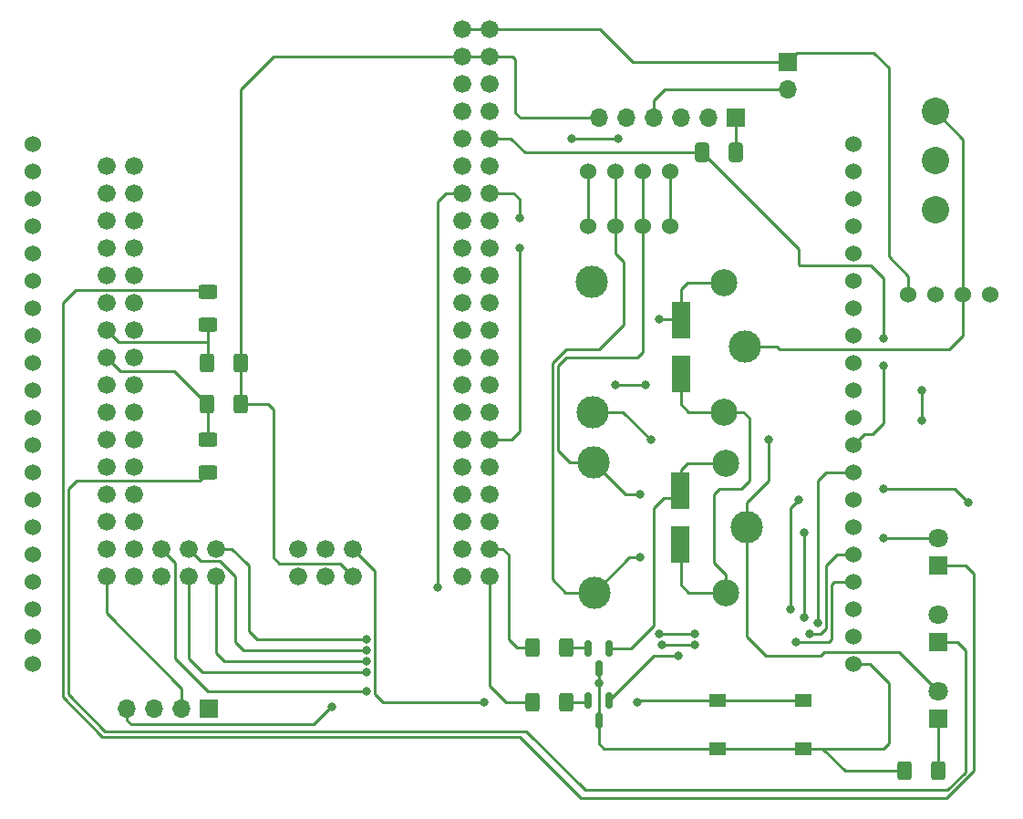
<source format=gbr>
%TF.GenerationSoftware,KiCad,Pcbnew,(6.0.0)*%
%TF.CreationDate,2022-04-01T08:55:31-04:00*%
%TF.ProjectId,Thermostat_Mega,54686572-6d6f-4737-9461-745f4d656761,rev?*%
%TF.SameCoordinates,Original*%
%TF.FileFunction,Copper,L1,Top*%
%TF.FilePolarity,Positive*%
%FSLAX46Y46*%
G04 Gerber Fmt 4.6, Leading zero omitted, Abs format (unit mm)*
G04 Created by KiCad (PCBNEW (6.0.0)) date 2022-04-01 08:55:31*
%MOMM*%
%LPD*%
G01*
G04 APERTURE LIST*
G04 Aperture macros list*
%AMRoundRect*
0 Rectangle with rounded corners*
0 $1 Rounding radius*
0 $2 $3 $4 $5 $6 $7 $8 $9 X,Y pos of 4 corners*
0 Add a 4 corners polygon primitive as box body*
4,1,4,$2,$3,$4,$5,$6,$7,$8,$9,$2,$3,0*
0 Add four circle primitives for the rounded corners*
1,1,$1+$1,$2,$3*
1,1,$1+$1,$4,$5*
1,1,$1+$1,$6,$7*
1,1,$1+$1,$8,$9*
0 Add four rect primitives between the rounded corners*
20,1,$1+$1,$2,$3,$4,$5,0*
20,1,$1+$1,$4,$5,$6,$7,0*
20,1,$1+$1,$6,$7,$8,$9,0*
20,1,$1+$1,$8,$9,$2,$3,0*%
G04 Aperture macros list end*
%TA.AperFunction,SMDPad,CuDef*%
%ADD10R,1.800000X3.500000*%
%TD*%
%TA.AperFunction,ComponentPad*%
%ADD11C,2.500000*%
%TD*%
%TA.AperFunction,ComponentPad*%
%ADD12C,3.000000*%
%TD*%
%TA.AperFunction,ComponentPad*%
%ADD13C,1.524000*%
%TD*%
%TA.AperFunction,SMDPad,CuDef*%
%ADD14RoundRect,0.250000X-0.625000X0.400000X-0.625000X-0.400000X0.625000X-0.400000X0.625000X0.400000X0*%
%TD*%
%TA.AperFunction,ComponentPad*%
%ADD15C,2.540000*%
%TD*%
%TA.AperFunction,ComponentPad*%
%ADD16R,1.800000X1.800000*%
%TD*%
%TA.AperFunction,ComponentPad*%
%ADD17C,1.800000*%
%TD*%
%TA.AperFunction,SMDPad,CuDef*%
%ADD18RoundRect,0.150000X-0.150000X0.587500X-0.150000X-0.587500X0.150000X-0.587500X0.150000X0.587500X0*%
%TD*%
%TA.AperFunction,SMDPad,CuDef*%
%ADD19RoundRect,0.250000X0.400000X0.625000X-0.400000X0.625000X-0.400000X-0.625000X0.400000X-0.625000X0*%
%TD*%
%TA.AperFunction,SMDPad,CuDef*%
%ADD20R,1.550000X1.300000*%
%TD*%
%TA.AperFunction,SMDPad,CuDef*%
%ADD21RoundRect,0.250000X0.412500X0.650000X-0.412500X0.650000X-0.412500X-0.650000X0.412500X-0.650000X0*%
%TD*%
%TA.AperFunction,ComponentPad*%
%ADD22R,1.700000X1.700000*%
%TD*%
%TA.AperFunction,ComponentPad*%
%ADD23O,1.700000X1.700000*%
%TD*%
%TA.AperFunction,SMDPad,CuDef*%
%ADD24RoundRect,0.250000X-0.400000X-0.625000X0.400000X-0.625000X0.400000X0.625000X-0.400000X0.625000X0*%
%TD*%
%TA.AperFunction,SMDPad,CuDef*%
%ADD25RoundRect,0.250000X0.625000X-0.400000X0.625000X0.400000X-0.625000X0.400000X-0.625000X-0.400000X0*%
%TD*%
%TA.AperFunction,ComponentPad*%
%ADD26C,1.676400*%
%TD*%
%TA.AperFunction,ViaPad*%
%ADD27C,0.800000*%
%TD*%
%TA.AperFunction,Conductor*%
%ADD28C,0.250000*%
%TD*%
G04 APERTURE END LIST*
D10*
%TO.P,D1,1,K*%
%TO.N,Net-(D1-Pad1)*%
X154178000Y-58126000D03*
%TO.P,D1,2,A*%
%TO.N,Net-(D1-Pad2)*%
X154178000Y-53126000D03*
%TD*%
D11*
%TO.P,K1,5*%
%TO.N,Net-(D1-Pad2)*%
X158188000Y-49676000D03*
D12*
%TO.P,K1,4*%
%TO.N,unconnected-(K1-Pad4)*%
X145938000Y-49626000D03*
%TO.P,K1,3*%
%TO.N,Net-(D3-Pad2)*%
X145988000Y-61676000D03*
D11*
%TO.P,K1,2*%
%TO.N,Net-(D1-Pad1)*%
X158188000Y-61676000D03*
D12*
%TO.P,K1,1*%
%TO.N,+24V*%
X160138000Y-55626000D03*
%TD*%
%TO.P,K2,1*%
%TO.N,Net-(D3-Pad2)*%
X160274000Y-72390000D03*
D11*
%TO.P,K2,2*%
%TO.N,Net-(D1-Pad1)*%
X158324000Y-78440000D03*
D12*
%TO.P,K2,3*%
%TO.N,Net-(D4-Pad2)*%
X146124000Y-78440000D03*
%TO.P,K2,4*%
%TO.N,Net-(D2-Pad2)*%
X146074000Y-66390000D03*
D11*
%TO.P,K2,5*%
%TO.N,Net-(D5-Pad2)*%
X158324000Y-66440000D03*
%TD*%
D13*
%TO.P,J2,1,___Card_Detect*%
%TO.N,unconnected-(J2-Pad1)*%
X170180000Y-36830000D03*
%TO.P,J2,2,___Card_CS*%
%TO.N,Net-(J2-Pad2)*%
X170180000Y-39370000D03*
%TO.P,J2,3,___IM0*%
%TO.N,unconnected-(J2-Pad3)*%
X170180000Y-41910000D03*
%TO.P,J2,4,___IM1*%
%TO.N,unconnected-(J2-Pad4)*%
X170180000Y-44450000D03*
%TO.P,J2,5,___IM2*%
%TO.N,unconnected-(J2-Pad5)*%
X170180000Y-46990000D03*
%TO.P,J2,6,___IM3*%
%TO.N,unconnected-(J2-Pad6)*%
X170180000Y-49530000D03*
%TO.P,J2,7,___SCL*%
%TO.N,Net-(J2-Pad7)*%
X170180000Y-52070000D03*
%TO.P,J2,8,___SDA*%
%TO.N,Net-(J2-Pad8)*%
X170180000Y-54610000D03*
%TO.P,J2,9,___IRQ*%
%TO.N,Net-(J2-Pad9)*%
X170180000Y-57150000D03*
%TO.P,J2,10,___GND*%
%TO.N,GND*%
X170180000Y-59690000D03*
%TO.P,J2,11,___Light*%
%TO.N,Net-(J2-Pad11)*%
X170180000Y-62230000D03*
%TO.P,J2,12,___RST*%
%TO.N,Net-(C1-Pad2)*%
X170180000Y-64770000D03*
%TO.P,J2,13,___CE/DC*%
%TO.N,Net-(J2-Pad13)*%
X170180000Y-67310000D03*
%TO.P,J2,14,___CS*%
%TO.N,Net-(J2-Pad14)*%
X170180000Y-69850000D03*
%TO.P,J2,15,___MOSI*%
%TO.N,Net-(J2-Pad15)*%
X170180000Y-72390000D03*
%TO.P,J2,16,___MISO*%
%TO.N,Net-(J2-Pad16)*%
X170180000Y-74930000D03*
%TO.P,J2,17,___CLK*%
%TO.N,Net-(J2-Pad17)*%
X170180000Y-77470000D03*
%TO.P,J2,18,___3.3_V*%
%TO.N,unconnected-(J2-Pad18)*%
X170180000Y-80010000D03*
%TO.P,J2,19,___Vin*%
%TO.N,Net-(D1-Pad1)*%
X170180000Y-82550000D03*
%TO.P,J2,20,___GND*%
%TO.N,GND*%
X170180000Y-85090000D03*
%TO.P,J2,21,GND__*%
%TO.N,unconnected-(J2-Pad21)*%
X93980000Y-85090000D03*
%TO.P,J2,22,Vin__*%
%TO.N,unconnected-(J2-Pad22)*%
X93980000Y-82550000D03*
%TO.P,J2,23,CS__*%
%TO.N,unconnected-(J2-Pad23)*%
X93980000Y-80010000D03*
%TO.P,J2,24,CE/DC__*%
%TO.N,unconnected-(J2-Pad24)*%
X93980000Y-77470000D03*
%TO.P,J2,25,WR__*%
%TO.N,unconnected-(J2-Pad25)*%
X93980000Y-74930000D03*
%TO.P,J2,26,RO__*%
%TO.N,unconnected-(J2-Pad26)*%
X93980000Y-72390000D03*
%TO.P,J2,27,RST__*%
%TO.N,unconnected-(J2-Pad27)*%
X93980000Y-69850000D03*
%TO.P,J2,28,Light__*%
%TO.N,unconnected-(J2-Pad28)*%
X93980000Y-67310000D03*
%TO.P,J2,29,IRQ__*%
%TO.N,unconnected-(J2-Pad29)*%
X93980000Y-64770000D03*
%TO.P,J2,30,SCL__*%
%TO.N,unconnected-(J2-Pad30)*%
X93980000Y-62230000D03*
%TO.P,J2,31,SDA__*%
%TO.N,unconnected-(J2-Pad31)*%
X93980000Y-59690000D03*
%TO.P,J2,32,GND__*%
%TO.N,unconnected-(J2-Pad32)*%
X93980000Y-57150000D03*
%TO.P,J2,33,D0__*%
%TO.N,unconnected-(J2-Pad33)*%
X93980000Y-54610000D03*
%TO.P,J2,34,D1__*%
%TO.N,unconnected-(J2-Pad34)*%
X93980000Y-52070000D03*
%TO.P,J2,35,D2__*%
%TO.N,unconnected-(J2-Pad35)*%
X93980000Y-49530000D03*
%TO.P,J2,36,D3__*%
%TO.N,unconnected-(J2-Pad36)*%
X93980000Y-46990000D03*
%TO.P,J2,37,D4__*%
%TO.N,unconnected-(J2-Pad37)*%
X93980000Y-44450000D03*
%TO.P,J2,38,D5__*%
%TO.N,unconnected-(J2-Pad38)*%
X93980000Y-41910000D03*
%TO.P,J2,39,D6__*%
%TO.N,unconnected-(J2-Pad39)*%
X93980000Y-39370000D03*
%TO.P,J2,40,D7__*%
%TO.N,unconnected-(J2-Pad40)*%
X93980000Y-36830000D03*
%TD*%
D14*
%TO.P,R2,1*%
%TO.N,Net-(R1-Pad2)*%
X110236000Y-64236000D03*
%TO.P,R2,2*%
%TO.N,Net-(D2-Pad1)*%
X110236000Y-67336000D03*
%TD*%
D15*
%TO.P,SW1,1,A*%
%TO.N,unconnected-(SW1-Pad1)*%
X177800000Y-42926000D03*
%TO.P,SW1,2,B*%
%TO.N,Net-(J1-Pad4)*%
X177800000Y-38354000D03*
%TO.P,SW1,3,C*%
%TO.N,+24V*%
X177800000Y-33782000D03*
%TD*%
D16*
%TO.P,D3,1,K*%
%TO.N,Net-(D3-Pad1)*%
X178054000Y-90170000D03*
D17*
%TO.P,D3,2,A*%
%TO.N,Net-(D3-Pad2)*%
X178054000Y-87630000D03*
%TD*%
D16*
%TO.P,D4,1,K*%
%TO.N,Net-(D4-Pad1)*%
X178054000Y-75946000D03*
D17*
%TO.P,D4,2,A*%
%TO.N,Net-(D4-Pad2)*%
X178054000Y-73406000D03*
%TD*%
D18*
%TO.P,Q1,1,C*%
%TO.N,Net-(D1-Pad2)*%
X147508000Y-88470500D03*
%TO.P,Q1,2,B*%
%TO.N,Net-(Q1-Pad2)*%
X145608000Y-88470500D03*
%TO.P,Q1,3,E*%
%TO.N,GND*%
X146558000Y-90345500D03*
%TD*%
D19*
%TO.P,R4,1*%
%TO.N,GND*%
X113310000Y-57150000D03*
%TO.P,R4,2*%
%TO.N,Net-(R4-Pad2)*%
X110210000Y-57150000D03*
%TD*%
D20*
%TO.P,SW2,1,1*%
%TO.N,GND*%
X165519000Y-92928000D03*
X157569000Y-92928000D03*
%TO.P,SW2,2,A*%
%TO.N,Net-(C1-Pad2)*%
X157569000Y-88428000D03*
X165519000Y-88428000D03*
%TD*%
D13*
%TO.P,J1,1,Common:_C_____*%
%TO.N,GND*%
X145542000Y-44450000D03*
X145542000Y-39370000D03*
%TO.P,J1,2,Heat:_E/W_____*%
%TO.N,Net-(D4-Pad2)*%
X148082000Y-39370000D03*
X148082000Y-44450000D03*
%TO.P,J1,3,AC:_Y_____*%
%TO.N,Net-(D2-Pad2)*%
X150622000Y-39370000D03*
X150622000Y-44450000D03*
%TO.P,J1,4,+24V:_R_____*%
%TO.N,Net-(J1-Pad4)*%
X153162000Y-39370000D03*
X153162000Y-44450000D03*
%TD*%
D21*
%TO.P,C1,1*%
%TO.N,Net-(111-Pad1)*%
X159296500Y-37592000D03*
%TO.P,C1,2*%
%TO.N,Net-(C1-Pad2)*%
X156171500Y-37592000D03*
%TD*%
D16*
%TO.P,D2,1,K*%
%TO.N,Net-(D2-Pad1)*%
X178054000Y-83058000D03*
D17*
%TO.P,D2,2,A*%
%TO.N,Net-(D2-Pad2)*%
X178054000Y-80518000D03*
%TD*%
D18*
%TO.P,Q2,1,C*%
%TO.N,Net-(D5-Pad2)*%
X147508000Y-83644500D03*
%TO.P,Q2,2,B*%
%TO.N,Net-(Q2-Pad2)*%
X145608000Y-83644500D03*
%TO.P,Q2,3,E*%
%TO.N,GND*%
X146558000Y-85519500D03*
%TD*%
D19*
%TO.P,R1,1*%
%TO.N,GND*%
X113310000Y-60960000D03*
%TO.P,R1,2*%
%TO.N,Net-(R1-Pad2)*%
X110210000Y-60960000D03*
%TD*%
%TO.P,R7,1*%
%TO.N,Net-(Q1-Pad2)*%
X143536000Y-88646000D03*
%TO.P,R7,2*%
%TO.N,Net-(R7-Pad2)*%
X140436000Y-88646000D03*
%TD*%
D22*
%TO.P,JP1: Jump to power Arduino from Serial Port,1,A*%
%TO.N,Net-(D1-Pad1)*%
X164084000Y-29205000D03*
D23*
%TO.P,JP1: Jump to power Arduino from Serial Port,2,B*%
%TO.N,Net-(111-Pad4)*%
X164084000Y-31745000D03*
%TD*%
D24*
%TO.P,R3,1*%
%TO.N,GND*%
X174980000Y-94996000D03*
%TO.P,R3,2*%
%TO.N,Net-(D3-Pad1)*%
X178080000Y-94996000D03*
%TD*%
D10*
%TO.P,D5,1,K*%
%TO.N,Net-(D1-Pad1)*%
X154152600Y-74026400D03*
%TO.P,D5,2,A*%
%TO.N,Net-(D5-Pad2)*%
X154152600Y-69026400D03*
%TD*%
D13*
%TO.P,U1,1,IN*%
%TO.N,+24V*%
X180372000Y-50768000D03*
%TO.P,U1,2,GND*%
%TO.N,GND*%
X177832000Y-50768000D03*
%TO.P,U1,3,OUT*%
%TO.N,Net-(D1-Pad1)*%
X175292000Y-50768000D03*
%TO.P,U1,4*%
%TO.N,N/C*%
X182912000Y-50768000D03*
%TD*%
D22*
%TO.P,<-- Serial Port,1,___DTR*%
%TO.N,Net-(111-Pad1)*%
X159258000Y-34372000D03*
D23*
%TO.P,<-- Serial Port,2,___RX*%
%TO.N,Net-(111-Pad2)*%
X156718000Y-34372000D03*
%TO.P,<-- Serial Port,3,___TX*%
%TO.N,Net-(111-Pad3)*%
X154178000Y-34372000D03*
%TO.P,<-- Serial Port,4,___VCC*%
%TO.N,Net-(111-Pad4)*%
X151638000Y-34372000D03*
%TO.P,<-- Serial Port,5,___CTS*%
%TO.N,unconnected-(111-Pad5)*%
X149098000Y-34372000D03*
%TO.P,<-- Serial Port,6,___GND*%
%TO.N,GND*%
X146558000Y-34372000D03*
%TD*%
D25*
%TO.P,R5,1*%
%TO.N,Net-(R4-Pad2)*%
X110236000Y-53620000D03*
%TO.P,R5,2*%
%TO.N,Net-(D4-Pad1)*%
X110236000Y-50520000D03*
%TD*%
D19*
%TO.P,R6,1*%
%TO.N,Net-(Q2-Pad2)*%
X143536000Y-83566000D03*
%TO.P,R6,2*%
%TO.N,Net-(R6-Pad2)*%
X140436000Y-83566000D03*
%TD*%
D26*
%TO.P,U3,3V3_1,3V3*%
%TO.N,Net-(U2-Pad2)*%
X136398000Y-33728000D03*
%TO.P,U3,3V3_2,3V3*%
X133858000Y-33728000D03*
%TO.P,U3,5V_1,5V*%
%TO.N,Net-(U3-Pad5V_1)*%
X136398000Y-31188000D03*
%TO.P,U3,5V_2,5V*%
X133858000Y-31188000D03*
%TO.P,U3,5V_3,5V*%
X118618000Y-76908000D03*
%TO.P,U3,A0,A0*%
%TO.N,unconnected-(U3-PadA0)*%
X100838000Y-38808000D03*
%TO.P,U3,A1,A1*%
%TO.N,unconnected-(U3-PadA1)*%
X103378000Y-38808000D03*
%TO.P,U3,A2,A2*%
%TO.N,unconnected-(U3-PadA2)*%
X100838000Y-41348000D03*
%TO.P,U3,A3,A3*%
%TO.N,unconnected-(U3-PadA3)*%
X103378000Y-41348000D03*
%TO.P,U3,A4,A4*%
%TO.N,unconnected-(U3-PadA4)*%
X100838000Y-43888000D03*
%TO.P,U3,A5,A5*%
%TO.N,unconnected-(U3-PadA5)*%
X103378000Y-43888000D03*
%TO.P,U3,A6,A6*%
%TO.N,unconnected-(U3-PadA6)*%
X100838000Y-46428000D03*
%TO.P,U3,A7,A7*%
%TO.N,unconnected-(U3-PadA7)*%
X103378000Y-46428000D03*
%TO.P,U3,A8,A8*%
%TO.N,unconnected-(U3-PadA8)*%
X100838000Y-48968000D03*
%TO.P,U3,A9,A9*%
%TO.N,unconnected-(U3-PadA9)*%
X103378000Y-48968000D03*
%TO.P,U3,A10,A10*%
%TO.N,unconnected-(U3-PadA10)*%
X100838000Y-51508000D03*
%TO.P,U3,A11,A11*%
%TO.N,unconnected-(U3-PadA11)*%
X103378000Y-51508000D03*
%TO.P,U3,A12,A12*%
%TO.N,Net-(R4-Pad2)*%
X100838000Y-54048000D03*
%TO.P,U3,A13,A13*%
%TO.N,unconnected-(U3-PadA13)*%
X103378000Y-54048000D03*
%TO.P,U3,A14,A14*%
%TO.N,Net-(R1-Pad2)*%
X100838000Y-56588000D03*
%TO.P,U3,A15,A15*%
%TO.N,unconnected-(U3-PadA15)*%
X103378000Y-56588000D03*
%TO.P,U3,AREF,AREF*%
%TO.N,unconnected-(U3-PadAREF)*%
X133858000Y-36268000D03*
%TO.P,U3,D2,D2*%
%TO.N,Net-(U2-Pad8)*%
X133858000Y-41348000D03*
%TO.P,U3,D3,D3*%
%TO.N,Net-(J2-Pad9)*%
X136398000Y-41348000D03*
%TO.P,U3,D4,D4*%
%TO.N,Net-(J2-Pad2)*%
X133858000Y-43888000D03*
%TO.P,U3,D5,D5*%
%TO.N,unconnected-(U3-PadD5)*%
X136398000Y-43888000D03*
%TO.P,U3,D6,D6*%
%TO.N,unconnected-(U3-PadD6)*%
X133858000Y-46428000D03*
%TO.P,U3,D7,D7*%
%TO.N,unconnected-(U3-PadD7)*%
X136398000Y-46428000D03*
%TO.P,U3,D8,D8*%
%TO.N,unconnected-(U3-PadD8)*%
X133858000Y-48968000D03*
%TO.P,U3,D9,D9*%
%TO.N,unconnected-(U3-PadD9)*%
X136398000Y-48968000D03*
%TO.P,U3,D10,D10*%
%TO.N,unconnected-(U3-PadD10)*%
X133858000Y-51508000D03*
%TO.P,U3,D11,D11*%
%TO.N,unconnected-(U3-PadD11)*%
X136398000Y-51508000D03*
%TO.P,U3,D12,D12*%
%TO.N,unconnected-(U3-PadD12)*%
X133858000Y-54048000D03*
%TO.P,U3,D13,D13*%
%TO.N,unconnected-(U3-PadD13)*%
X136398000Y-54048000D03*
%TO.P,U3,D14,D14*%
%TO.N,unconnected-(U3-PadD14)*%
X133858000Y-56588000D03*
%TO.P,U3,D15,D15*%
%TO.N,unconnected-(U3-PadD15)*%
X136398000Y-56588000D03*
%TO.P,U3,D16,D16*%
%TO.N,unconnected-(U3-PadD16)*%
X133858000Y-59128000D03*
%TO.P,U3,D17,D17*%
%TO.N,Net-(J2-Pad11)*%
X136398000Y-59128000D03*
%TO.P,U3,D18,D18*%
%TO.N,unconnected-(U3-PadD18)*%
X133858000Y-61668000D03*
%TO.P,U3,D19,D19*%
%TO.N,unconnected-(U3-PadD19)*%
X136398000Y-61668000D03*
%TO.P,U3,D20,D20*%
%TO.N,Net-(J2-Pad8)*%
X133858000Y-64208000D03*
%TO.P,U3,D21,D21*%
%TO.N,Net-(J2-Pad7)*%
X136398000Y-64208000D03*
%TO.P,U3,D22,D22*%
%TO.N,Net-(U2-Pad3)*%
X133858000Y-66748000D03*
%TO.P,U3,D23,D23*%
%TO.N,unconnected-(U3-PadD23)*%
X136398000Y-66748000D03*
%TO.P,U3,D24,D24*%
%TO.N,Net-(U2-Pad4)*%
X133858000Y-69288000D03*
%TO.P,U3,D25,D25*%
%TO.N,unconnected-(U3-PadD25)*%
X136398000Y-69288000D03*
%TO.P,U3,D26,D26*%
%TO.N,Net-(U2-Pad5)*%
X133858000Y-71828000D03*
%TO.P,U3,D27,D27*%
%TO.N,unconnected-(U3-PadD27)*%
X136398000Y-71828000D03*
%TO.P,U3,D28,D28*%
%TO.N,Net-(U2-Pad6)*%
X133858000Y-74368000D03*
%TO.P,U3,D29,D29*%
%TO.N,Net-(R6-Pad2)*%
X136398000Y-74368000D03*
%TO.P,U3,D30,D30*%
%TO.N,Net-(U2-Pad7)*%
X133858000Y-76908000D03*
%TO.P,U3,D31,D31*%
%TO.N,Net-(R7-Pad2)*%
X136398000Y-76908000D03*
%TO.P,U3,D32,D32*%
%TO.N,unconnected-(U3-PadD32)*%
X100838000Y-59128000D03*
%TO.P,U3,D33,D33*%
%TO.N,unconnected-(U3-PadD33)*%
X103378000Y-59128000D03*
%TO.P,U3,D34,D34*%
%TO.N,unconnected-(U3-PadD34)*%
X100838000Y-61668000D03*
%TO.P,U3,D35,D35*%
%TO.N,unconnected-(U3-PadD35)*%
X103378000Y-61668000D03*
%TO.P,U3,D36,D36*%
%TO.N,unconnected-(U3-PadD36)*%
X100838000Y-64208000D03*
%TO.P,U3,D37,D37*%
%TO.N,unconnected-(U3-PadD37)*%
X103378000Y-64208000D03*
%TO.P,U3,D38,D38*%
%TO.N,unconnected-(U3-PadD38)*%
X100838000Y-66748000D03*
%TO.P,U3,D39,D39*%
%TO.N,unconnected-(U3-PadD39)*%
X103378000Y-66748000D03*
%TO.P,U3,D40,D40*%
%TO.N,unconnected-(U3-PadD40)*%
X100838000Y-69288000D03*
%TO.P,U3,D41,D41*%
%TO.N,unconnected-(U3-PadD41)*%
X103378000Y-69288000D03*
%TO.P,U3,D42,D42*%
%TO.N,unconnected-(U3-PadD42)*%
X100838000Y-71828000D03*
%TO.P,U3,D43,D43*%
%TO.N,unconnected-(U3-PadD43)*%
X103378000Y-71828000D03*
%TO.P,U3,D44,D44*%
%TO.N,unconnected-(U3-PadD44)*%
X100838000Y-74368000D03*
%TO.P,U3,D45,D45*%
%TO.N,unconnected-(U3-PadD45)*%
X103378000Y-74368000D03*
%TO.P,U3,D46,D46*%
%TO.N,Net-(U3-PadD46)*%
X100838000Y-76908000D03*
%TO.P,U3,D47,D47*%
%TO.N,unconnected-(U3-PadD47)*%
X103378000Y-76908000D03*
%TO.P,U3,D48,D48*%
%TO.N,unconnected-(U3-PadD48)*%
X105918000Y-76908000D03*
%TO.P,U3,D49,D49*%
%TO.N,Net-(J2-Pad13)*%
X105918000Y-74368000D03*
%TO.P,U3,D50,D50*%
%TO.N,Net-(J2-Pad16)*%
X108458000Y-76908000D03*
%TO.P,U3,D51,D51*%
%TO.N,Net-(J2-Pad15)*%
X108458000Y-74368000D03*
%TO.P,U3,D52,D52*%
%TO.N,Net-(J2-Pad17)*%
X110998000Y-76908000D03*
%TO.P,U3,D53,D53*%
%TO.N,Net-(J2-Pad14)*%
X110998000Y-74368000D03*
%TO.P,U3,GND_1,GND*%
%TO.N,GND*%
X136398000Y-28648000D03*
%TO.P,U3,GND_2,GND*%
X133858000Y-28648000D03*
%TO.P,U3,GND_3,GND*%
X123698000Y-76908000D03*
%TO.P,U3,MISO,MISO*%
%TO.N,unconnected-(U3-PadMISO)*%
X118618000Y-74368000D03*
%TO.P,U3,MOSI,MOSI*%
%TO.N,unconnected-(U3-PadMOSI)*%
X121158000Y-76908000D03*
%TO.P,U3,RESET,RESET*%
%TO.N,Net-(C1-Pad2)*%
X123698000Y-74368000D03*
%TO.P,U3,RST,RST*%
X136398000Y-36268000D03*
%TO.P,U3,RX,RX*%
%TO.N,Net-(111-Pad3)*%
X133858000Y-38808000D03*
%TO.P,U3,SCK,SCK*%
%TO.N,unconnected-(U3-PadSCK)*%
X121158000Y-74368000D03*
%TO.P,U3,TX,TX*%
%TO.N,Net-(111-Pad2)*%
X136398000Y-38808000D03*
%TO.P,U3,VIN_1,VIN*%
%TO.N,Net-(D1-Pad1)*%
X136398000Y-26108000D03*
%TO.P,U3,VIN_2,VIN*%
X133858000Y-26108000D03*
%TD*%
D22*
%TO.P,U4,1,VCC*%
%TO.N,Net-(D1-Pad1)*%
X110352200Y-89199000D03*
D23*
%TO.P,U4,2,IO*%
%TO.N,Net-(U3-PadD46)*%
X107812200Y-89199000D03*
%TO.P,U4,3,NC*%
%TO.N,unconnected-(U4-Pad3)*%
X105272200Y-89199000D03*
%TO.P,U4,4,GND*%
%TO.N,GND*%
X102732200Y-89199000D03*
%TD*%
D27*
%TO.N,GND*%
X146558000Y-86868000D03*
X121748000Y-89072000D03*
X176530000Y-62484000D03*
X176530000Y-59690000D03*
%TO.N,Net-(C1-Pad2)*%
X150114000Y-88646000D03*
X135890000Y-88646000D03*
X172974000Y-57404000D03*
X172974000Y-54864000D03*
%TO.N,Net-(D1-Pad2)*%
X153924000Y-84328000D03*
X152146000Y-53086000D03*
%TO.N,Net-(D2-Pad2)*%
X180848000Y-70104000D03*
X150368000Y-69342000D03*
X172974000Y-68834000D03*
%TO.N,Net-(D3-Pad2)*%
X151384000Y-64262000D03*
X162306000Y-64262000D03*
%TO.N,Net-(D4-Pad2)*%
X150368000Y-75184000D03*
X172974000Y-73406000D03*
%TO.N,Net-(J2-Pad7)*%
X139192000Y-46482000D03*
%TO.N,Net-(J2-Pad9)*%
X139192000Y-43688000D03*
%TO.N,Net-(J2-Pad11)*%
X150876000Y-59182000D03*
X148082000Y-59182000D03*
%TO.N,Net-(J2-Pad13)*%
X124968000Y-87630000D03*
X166878000Y-81280000D03*
%TO.N,Net-(J2-Pad14)*%
X164338000Y-80010000D03*
X165100000Y-69850000D03*
X124968000Y-82804000D03*
X152146000Y-82296000D03*
X155448000Y-82296000D03*
%TO.N,Net-(J2-Pad15)*%
X152400000Y-83312000D03*
X155448000Y-83312000D03*
X165608000Y-80772000D03*
X124968000Y-83820000D03*
X165608000Y-72898000D03*
%TO.N,Net-(J2-Pad16)*%
X124968000Y-85852000D03*
X166116000Y-82296000D03*
%TO.N,Net-(J2-Pad17)*%
X124968000Y-84836000D03*
X164846000Y-83058000D03*
%TO.N,Net-(U2-Pad8)*%
X131572000Y-77978000D03*
%TO.N,Net-(111-Pad2)*%
X148336000Y-36322000D03*
X144018000Y-36322000D03*
%TD*%
D28*
%TO.N,Net-(D1-Pad1)*%
X172085000Y-28321000D02*
X164968000Y-28321000D01*
X173482000Y-29718000D02*
X172085000Y-28321000D01*
X164968000Y-28321000D02*
X164084000Y-29205000D01*
X173482000Y-47244000D02*
X173482000Y-29718000D01*
X175292000Y-49054000D02*
X173482000Y-47244000D01*
X175292000Y-50768000D02*
X175292000Y-49054000D01*
%TO.N,GND*%
X139274000Y-34372000D02*
X146558000Y-34372000D01*
X138811000Y-33909000D02*
X139274000Y-34372000D01*
X138811000Y-28956000D02*
X138811000Y-33909000D01*
X136398000Y-28648000D02*
X138503000Y-28648000D01*
X138503000Y-28648000D02*
X138811000Y-28956000D01*
%TO.N,Net-(D1-Pad1)*%
X146631000Y-26108000D02*
X149728000Y-29205000D01*
X149728000Y-29205000D02*
X164084000Y-29205000D01*
X136398000Y-26108000D02*
X146631000Y-26108000D01*
%TO.N,Net-(D4-Pad1)*%
X110061289Y-50345289D02*
X110236000Y-50520000D01*
X97990711Y-50345289D02*
X110061289Y-50345289D01*
X96774000Y-51562000D02*
X97990711Y-50345289D01*
X139192000Y-91821000D02*
X100457000Y-91821000D01*
X100457000Y-91821000D02*
X96774000Y-88138000D01*
X181356000Y-94996718D02*
X178816718Y-97536000D01*
X181356000Y-76708000D02*
X181356000Y-94996718D01*
X178816718Y-97536000D02*
X144907000Y-97536000D01*
X180594000Y-75946000D02*
X181356000Y-76708000D01*
X96774000Y-88138000D02*
X96774000Y-51562000D01*
X144907000Y-97536000D02*
X139192000Y-91821000D01*
X178054000Y-75946000D02*
X180594000Y-75946000D01*
%TO.N,Net-(D2-Pad1)*%
X109500000Y-68072000D02*
X110236000Y-67336000D01*
X98044000Y-68072000D02*
X109500000Y-68072000D01*
X97282000Y-68834000D02*
X98044000Y-68072000D01*
X97282000Y-87884000D02*
X97282000Y-68834000D01*
X145288000Y-96774000D02*
X139827000Y-91313000D01*
X178943000Y-96774000D02*
X145288000Y-96774000D01*
X180594000Y-95123000D02*
X178943000Y-96774000D01*
X139827000Y-91313000D02*
X100711000Y-91313000D01*
X180594000Y-83820000D02*
X180594000Y-95123000D01*
X100711000Y-91313000D02*
X97282000Y-87884000D01*
X179832000Y-83058000D02*
X180594000Y-83820000D01*
X178054000Y-83058000D02*
X179832000Y-83058000D01*
%TO.N,GND*%
X102732200Y-90286200D02*
X103149400Y-90703400D01*
X146558000Y-90345500D02*
X146558000Y-92456000D01*
X146558000Y-85519500D02*
X146558000Y-86868000D01*
X120065800Y-90703400D02*
X121697200Y-89072000D01*
X173482000Y-92456000D02*
X173482000Y-86868000D01*
X103149400Y-90703400D02*
X120065800Y-90703400D01*
X147030000Y-92928000D02*
X157569000Y-92928000D01*
X146558000Y-86868000D02*
X146558000Y-90345500D01*
X115824000Y-60960000D02*
X113310000Y-60960000D01*
X145542000Y-44450000D02*
X145542000Y-39370000D01*
X167350000Y-92928000D02*
X169418000Y-94996000D01*
X113310000Y-57150000D02*
X113310000Y-60960000D01*
X113284000Y-57124000D02*
X113284000Y-31750000D01*
X113310000Y-57150000D02*
X113284000Y-57124000D01*
X116332000Y-61468000D02*
X115824000Y-60960000D01*
X116332000Y-75184000D02*
X116332000Y-61468000D01*
X121697200Y-89072000D02*
X121748000Y-89072000D01*
X169418000Y-94996000D02*
X174980000Y-94996000D01*
X122535289Y-75745289D02*
X116893289Y-75745289D01*
X123698000Y-76908000D02*
X122535289Y-75745289D01*
X133858000Y-28648000D02*
X136398000Y-28648000D01*
X146558000Y-92456000D02*
X147030000Y-92928000D01*
X173010000Y-92928000D02*
X173482000Y-92456000D01*
X113284000Y-31750000D02*
X116386000Y-28648000D01*
X167350000Y-92928000D02*
X173010000Y-92928000D01*
X116893289Y-75745289D02*
X116332000Y-75184000D01*
X171704000Y-85090000D02*
X170180000Y-85090000D01*
X165519000Y-92928000D02*
X167350000Y-92928000D01*
X116386000Y-28648000D02*
X133858000Y-28648000D01*
X173482000Y-86868000D02*
X171704000Y-85090000D01*
X176530000Y-62484000D02*
X176530000Y-59690000D01*
X102732200Y-89199000D02*
X102732200Y-90286200D01*
X157569000Y-92928000D02*
X165519000Y-92928000D01*
%TO.N,Net-(C1-Pad2)*%
X150114000Y-88646000D02*
X150332000Y-88428000D01*
X125730000Y-87884000D02*
X126492000Y-88646000D01*
X165100000Y-48006000D02*
X165100000Y-46520500D01*
X123698000Y-74368000D02*
X125730000Y-76400000D01*
X172974000Y-54864000D02*
X172974000Y-49276000D01*
X157569000Y-88428000D02*
X165519000Y-88428000D01*
X170180000Y-64770000D02*
X171196000Y-63754000D01*
X150332000Y-88428000D02*
X157569000Y-88428000D01*
X165170511Y-48076511D02*
X165100000Y-48006000D01*
X139700000Y-37592000D02*
X138376000Y-36268000D01*
X171196000Y-63754000D02*
X171958000Y-63754000D01*
X138376000Y-36268000D02*
X136398000Y-36268000D01*
X126492000Y-88646000D02*
X135890000Y-88646000D01*
X156171500Y-37592000D02*
X139700000Y-37592000D01*
X171774511Y-48076511D02*
X165170511Y-48076511D01*
X172974000Y-62738000D02*
X172974000Y-57404000D01*
X172974000Y-49276000D02*
X171774511Y-48076511D01*
X171958000Y-63754000D02*
X172974000Y-62738000D01*
X125730000Y-76400000D02*
X125730000Y-87884000D01*
X165100000Y-46520500D02*
X156171500Y-37592000D01*
%TO.N,Net-(D1-Pad1)*%
X159974000Y-61676000D02*
X158188000Y-61676000D01*
X154894000Y-61676000D02*
X154178000Y-60960000D01*
X154894000Y-78440000D02*
X154178000Y-77724000D01*
X157226000Y-69342000D02*
X157734000Y-68834000D01*
X159766000Y-68834000D02*
X160528000Y-68072000D01*
X158324000Y-76790000D02*
X157226000Y-75692000D01*
X160528000Y-68072000D02*
X160528000Y-62230000D01*
X154178000Y-77724000D02*
X154178000Y-74636000D01*
X157734000Y-68834000D02*
X159766000Y-68834000D01*
X157226000Y-75692000D02*
X157226000Y-69342000D01*
X158324000Y-78440000D02*
X158324000Y-76790000D01*
X160528000Y-62230000D02*
X159974000Y-61676000D01*
X154178000Y-60960000D02*
X154178000Y-58126000D01*
X158324000Y-78440000D02*
X154894000Y-78440000D01*
X154894000Y-61676000D02*
X158188000Y-61676000D01*
X136398000Y-26108000D02*
X133858000Y-26108000D01*
%TO.N,Net-(D1-Pad2)*%
X154178000Y-53126000D02*
X154178000Y-50292000D01*
X154138000Y-53086000D02*
X154178000Y-53126000D01*
X153924000Y-84328000D02*
X151650500Y-84328000D01*
X154178000Y-50292000D02*
X154794000Y-49676000D01*
X152146000Y-53086000D02*
X154138000Y-53086000D01*
X151650500Y-84328000D02*
X147508000Y-88470500D01*
X154794000Y-49676000D02*
X158188000Y-49676000D01*
%TO.N,Net-(D2-Pad2)*%
X143860000Y-66390000D02*
X146074000Y-66390000D01*
X149026000Y-69342000D02*
X150368000Y-69342000D01*
X179578000Y-68834000D02*
X180848000Y-70104000D01*
X146074000Y-66390000D02*
X149026000Y-69342000D01*
X172974000Y-68834000D02*
X179578000Y-68834000D01*
X142748000Y-57404000D02*
X142748000Y-65278000D01*
X150114000Y-56642000D02*
X143510000Y-56642000D01*
X142748000Y-65278000D02*
X143860000Y-66390000D01*
X150622000Y-44450000D02*
X150622000Y-56134000D01*
X143510000Y-56642000D02*
X142748000Y-57404000D01*
X150622000Y-56134000D02*
X150114000Y-56642000D01*
X150622000Y-39370000D02*
X150622000Y-44450000D01*
%TO.N,Net-(D3-Pad1)*%
X178054000Y-94970000D02*
X178054000Y-90170000D01*
X178080000Y-94996000D02*
X178054000Y-94970000D01*
%TO.N,Net-(D3-Pad2)*%
X151384000Y-64262000D02*
X148798000Y-61676000D01*
X160274000Y-72390000D02*
X160274000Y-82550000D01*
X162306000Y-68072000D02*
X162306000Y-64516000D01*
X162052000Y-84328000D02*
X167132000Y-84328000D01*
X160274000Y-70104000D02*
X161036000Y-69342000D01*
X160274000Y-82550000D02*
X162052000Y-84328000D01*
X174427489Y-84003489D02*
X178054000Y-87630000D01*
X161036000Y-69342000D02*
X162306000Y-68072000D01*
X160274000Y-72390000D02*
X160274000Y-70104000D01*
X162306000Y-64516000D02*
X162306000Y-64262000D01*
X167456511Y-84003489D02*
X174427489Y-84003489D01*
X167132000Y-84328000D02*
X167456511Y-84003489D01*
X148798000Y-61676000D02*
X145988000Y-61676000D01*
%TO.N,Net-(D4-Pad2)*%
X148082000Y-46990000D02*
X148844000Y-47752000D01*
X143464000Y-78440000D02*
X146124000Y-78440000D01*
X142240000Y-77216000D02*
X143464000Y-78440000D01*
X142240000Y-57150000D02*
X142240000Y-77216000D01*
X148844000Y-47752000D02*
X148844000Y-53594000D01*
X150368000Y-75184000D02*
X149380000Y-75184000D01*
X143510000Y-55880000D02*
X142240000Y-57150000D01*
X146558000Y-55880000D02*
X143510000Y-55880000D01*
X149380000Y-75184000D02*
X146124000Y-78440000D01*
X148082000Y-39370000D02*
X148082000Y-44450000D01*
X178054000Y-73406000D02*
X172974000Y-73406000D01*
X148844000Y-53594000D02*
X146558000Y-55880000D01*
X148082000Y-44450000D02*
X148082000Y-46990000D01*
%TO.N,Net-(D5-Pad2)*%
X151638000Y-70612000D02*
X152614000Y-69636000D01*
X151638000Y-81534000D02*
X151638000Y-70612000D01*
X154178000Y-67056000D02*
X154178000Y-69636000D01*
X149527500Y-83644500D02*
X151638000Y-81534000D01*
X147508000Y-83644500D02*
X149527500Y-83644500D01*
X152614000Y-69636000D02*
X154178000Y-69636000D01*
X154794000Y-66440000D02*
X154178000Y-67056000D01*
X158324000Y-66440000D02*
X154794000Y-66440000D01*
%TO.N,Net-(J1-Pad4)*%
X153162000Y-39370000D02*
X153162000Y-44450000D01*
X177546000Y-38100000D02*
X177800000Y-38354000D01*
%TO.N,Net-(J2-Pad7)*%
X139192000Y-46482000D02*
X139192000Y-63500000D01*
X139192000Y-63500000D02*
X138484000Y-64208000D01*
X138484000Y-64208000D02*
X136398000Y-64208000D01*
%TO.N,Net-(J2-Pad9)*%
X139192000Y-41910000D02*
X138630000Y-41348000D01*
X138630000Y-41348000D02*
X136398000Y-41348000D01*
X139192000Y-43688000D02*
X139192000Y-41910000D01*
%TO.N,Net-(J2-Pad11)*%
X150876000Y-59182000D02*
X148082000Y-59182000D01*
%TO.N,Net-(J2-Pad13)*%
X110236000Y-87630000D02*
X124968000Y-87630000D01*
X107188000Y-84582000D02*
X109474000Y-86868000D01*
X107188000Y-75638000D02*
X107188000Y-84582000D01*
X105918000Y-74368000D02*
X107188000Y-75638000D01*
X167640000Y-67310000D02*
X170180000Y-67310000D01*
X109474000Y-86868000D02*
X110236000Y-87630000D01*
X166878000Y-68072000D02*
X167640000Y-67310000D01*
X166878000Y-81280000D02*
X166878000Y-68072000D01*
%TO.N,Net-(J2-Pad14)*%
X114808000Y-82804000D02*
X124968000Y-82804000D01*
X113792000Y-75692000D02*
X114046000Y-75946000D01*
X114046000Y-75946000D02*
X114046000Y-82042000D01*
X152146000Y-82296000D02*
X155448000Y-82296000D01*
X114046000Y-82042000D02*
X114808000Y-82804000D01*
X164338000Y-80010000D02*
X164338000Y-70612000D01*
X112468000Y-74368000D02*
X113792000Y-75692000D01*
X164338000Y-70612000D02*
X165100000Y-69850000D01*
X110998000Y-74368000D02*
X112468000Y-74368000D01*
%TO.N,Net-(J2-Pad15)*%
X109620711Y-75530711D02*
X111344711Y-75530711D01*
X108458000Y-74368000D02*
X109620711Y-75530711D01*
X112776000Y-83058000D02*
X113284000Y-83566000D01*
X111344711Y-75530711D02*
X112776000Y-76962000D01*
X152400000Y-83312000D02*
X155448000Y-83312000D01*
X165608000Y-80772000D02*
X165608000Y-72898000D01*
X112776000Y-76962000D02*
X112776000Y-83058000D01*
X113284000Y-83566000D02*
X113538000Y-83820000D01*
X113538000Y-83820000D02*
X124968000Y-83820000D01*
%TO.N,Net-(J2-Pad16)*%
X167640000Y-81788000D02*
X167640000Y-75946000D01*
X109728000Y-85852000D02*
X124968000Y-85852000D01*
X167640000Y-75946000D02*
X168656000Y-74930000D01*
X109220000Y-85344000D02*
X109728000Y-85852000D01*
X108458000Y-84582000D02*
X109220000Y-85344000D01*
X108458000Y-76908000D02*
X108458000Y-84582000D01*
X168656000Y-74930000D02*
X170180000Y-74930000D01*
X167132000Y-82296000D02*
X167640000Y-81788000D01*
X166116000Y-82296000D02*
X167132000Y-82296000D01*
%TO.N,Net-(J2-Pad17)*%
X168148000Y-77724000D02*
X168148000Y-82804000D01*
X168148000Y-82804000D02*
X167894000Y-83058000D01*
X167894000Y-83058000D02*
X164846000Y-83058000D01*
X124968000Y-84836000D02*
X111760000Y-84836000D01*
X111760000Y-84836000D02*
X110998000Y-84074000D01*
X170180000Y-77470000D02*
X168402000Y-77470000D01*
X110998000Y-84074000D02*
X110998000Y-76908000D01*
X168402000Y-77470000D02*
X168148000Y-77724000D01*
%TO.N,+24V*%
X180372000Y-54578000D02*
X179070000Y-55880000D01*
X163322000Y-55880000D02*
X163068000Y-55626000D01*
X177800000Y-33782000D02*
X180372000Y-36354000D01*
X180372000Y-50768000D02*
X180372000Y-54578000D01*
X163068000Y-55626000D02*
X160138000Y-55626000D01*
X180372000Y-36354000D02*
X180372000Y-50768000D01*
X179070000Y-55880000D02*
X163322000Y-55880000D01*
%TO.N,Net-(Q1-Pad2)*%
X143536000Y-88646000D02*
X145432500Y-88646000D01*
X145432500Y-88646000D02*
X145608000Y-88470500D01*
%TO.N,Net-(Q2-Pad2)*%
X145529500Y-83566000D02*
X145608000Y-83644500D01*
X143536000Y-83566000D02*
X145529500Y-83566000D01*
%TO.N,Net-(R1-Pad2)*%
X107162000Y-57912000D02*
X110210000Y-60960000D01*
X102162000Y-57912000D02*
X107162000Y-57912000D01*
X110236000Y-60986000D02*
X110210000Y-60960000D01*
X110236000Y-64236000D02*
X110236000Y-60986000D01*
X100838000Y-56588000D02*
X102162000Y-57912000D01*
%TO.N,Net-(R4-Pad2)*%
X110236000Y-57124000D02*
X110210000Y-57150000D01*
X110143289Y-55210711D02*
X110236000Y-55118000D01*
X110236000Y-53620000D02*
X110236000Y-57124000D01*
X100838000Y-54048000D02*
X102000711Y-55210711D01*
X102000711Y-55210711D02*
X110143289Y-55210711D01*
%TO.N,Net-(R6-Pad2)*%
X140436000Y-83566000D02*
X138938000Y-83566000D01*
X138176000Y-74930000D02*
X137614000Y-74368000D01*
X138176000Y-82804000D02*
X138176000Y-74930000D01*
X137614000Y-74368000D02*
X136398000Y-74368000D01*
X138938000Y-83566000D02*
X138176000Y-82804000D01*
%TO.N,Net-(R7-Pad2)*%
X140436000Y-88646000D02*
X137922000Y-88646000D01*
X136398000Y-87122000D02*
X136398000Y-76908000D01*
X137922000Y-88646000D02*
X136398000Y-87122000D01*
%TO.N,Net-(U2-Pad8)*%
X131572000Y-42164000D02*
X132388000Y-41348000D01*
X132388000Y-41348000D02*
X133858000Y-41348000D01*
X131572000Y-77978000D02*
X131572000Y-42164000D01*
%TO.N,Net-(U3-PadD46)*%
X100838000Y-80365600D02*
X100838000Y-76908000D01*
X107812200Y-87339800D02*
X100838000Y-80365600D01*
X107812200Y-89199000D02*
X107812200Y-87339800D01*
%TO.N,Net-(111-Pad1)*%
X159258000Y-37553500D02*
X159296500Y-37592000D01*
X159258000Y-34372000D02*
X159258000Y-37553500D01*
%TO.N,Net-(111-Pad2)*%
X148336000Y-36322000D02*
X144018000Y-36322000D01*
%TO.N,Net-(111-Pad4)*%
X152659000Y-31745000D02*
X151638000Y-32766000D01*
X164084000Y-31745000D02*
X152659000Y-31745000D01*
X151638000Y-32766000D02*
X151638000Y-34372000D01*
%TD*%
M02*

</source>
